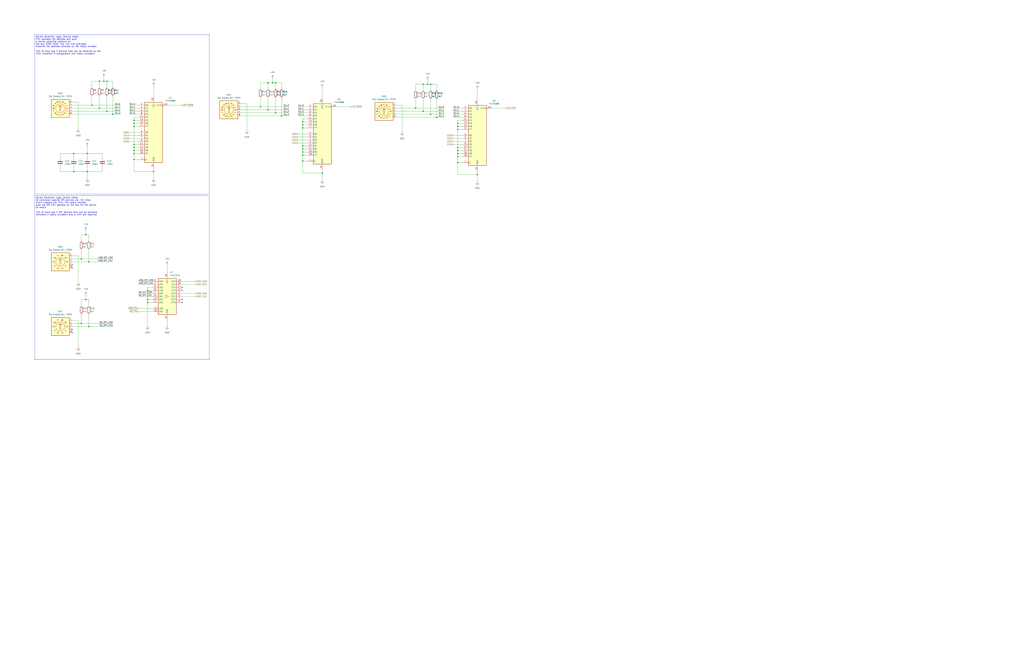
<source format=kicad_sch>
(kicad_sch (version 20250114) (generator "eeschema") (generator_version "9.0")
  (paper "D")
  (lib_symbols
    (symbol "74xx:74HC244"
      (property "Reference" "U" (at -7.62 16.51 0))
      (property "Value" "74HC244" (at -7.62 -16.51 0))
      (symbol "74HC244_1_0"
        (polyline (pts (xy 1.27 0) (xy -1.27 1.27) (xy -1.27 -1.27) (xy 1.27 0)) (stroke (width 0.1524)))
        (pin input line (at -12.7 12.7 0) (length 5.08) (name "1A0") (number "2"))
        (pin input line (at -12.7 10.16 0) (length 5.08) (name "1A1") (number "4"))
        (pin input line (at -12.7 7.62 0) (length 5.08) (name "1A2") (number "6"))
        (pin input line (at -12.7 5.08 0) (length 5.08) (name "1A3") (number "8"))
        (pin input line (at -12.7 2.54 0) (length 5.08) (name "2A0") (number "17"))
        (pin input line (at -12.7 0 0) (length 5.08) (name "2A1") (number "15"))
        (pin input line (at -12.7 -2.54 0) (length 5.08) (name "2A2") (number "13"))
        (pin input line (at -12.7 -5.08 0) (length 5.08) (name "2A3") (number "11"))
        (pin input inverted (at -12.7 -10.16 0) (length 5.08) (name "1OE") (number "1"))
        (pin input inverted (at -12.7 -12.7 0) (length 5.08) (name "2OE") (number "19"))
        (pin power_in line (at 0 20.32 270) (length 5.08) (name "VCC") (number "20"))
        (pin power_in line (at 0 -20.32 90) (length 5.08) (name "GND") (number "10"))
        (pin tri_state line (at 12.7 12.7 180) (length 5.08) (name "1Y0") (number "18"))
        (pin tri_state line (at 12.7 10.16 180) (length 5.08) (name "1Y1") (number "16"))
        (pin tri_state line (at 12.7 7.62 180) (length 5.08) (name "1Y2") (number "14"))
        (pin tri_state line (at 12.7 5.08 180) (length 5.08) (name "1Y3") (number "12"))
        (pin tri_state line (at 12.7 2.54 180) (length 5.08) (name "2Y0") (number "3"))
        (pin tri_state line (at 12.7 0 180) (length 5.08) (name "2Y1") (number "5"))
        (pin tri_state line (at 12.7 -2.54 180) (length 5.08) (name "2Y2") (number "7"))
        (pin tri_state line (at 12.7 -5.08 180) (length 5.08) (name "2Y3") (number "9"))
      )
      (symbol "74HC244_1_1"
        (rectangle (start -7.62 15.24) (end 7.62 -15.24) (stroke (width 0.254)) (fill (type background)))
      )
    )
    (symbol "74xx:74HC688"
      (property "Reference" "U" (at -7.62 26.67 0))
      (property "Value" "74HC688" (at -7.62 -26.67 0))
      (symbol "74HC688_1_0"
        (pin input line (at -12.7 22.86 0) (length 5.08) (name "P0") (number "2"))
        (pin input line (at -12.7 20.32 0) (length 5.08) (name "P1") (number "4"))
        (pin input line (at -12.7 17.78 0) (length 5.08) (name "P2") (number "6"))
        (pin input line (at -12.7 15.24 0) (length 5.08) (name "P3") (number "8"))
        (pin input line (at -12.7 12.7 0) (length 5.08) (name "P4") (number "11"))
        (pin input line (at -12.7 10.16 0) (length 5.08) (name "P5") (number "13"))
        (pin input line (at -12.7 7.62 0) (length 5.08) (name "P6") (number "15"))
        (pin input line (at -12.7 5.08 0) (length 5.08) (name "P7") (number "17"))
        (pin input line (at -12.7 0 0) (length 5.08) (name "R0") (number "3"))
        (pin input line (at -12.7 -2.54 0) (length 5.08) (name "R1") (number "5"))
        (pin input line (at -12.7 -5.08 0) (length 5.08) (name "R2") (number "7"))
        (pin input line (at -12.7 -7.62 0) (length 5.08) (name "R3") (number "9"))
        (pin input line (at -12.7 -10.16 0) (length 5.08) (name "R4") (number "12"))
        (pin input line (at -12.7 -12.7 0) (length 5.08) (name "R5") (number "14"))
        (pin input line (at -12.7 -15.24 0) (length 5.08) (name "R6") (number "16"))
        (pin input line (at -12.7 -17.78 0) (length 5.08) (name "R7") (number "18"))
        (pin input inverted (at -12.7 -22.86 0) (length 5.08) (name "G") (number "1"))
        (pin power_in line (at 0 30.48 270) (length 5.08) (name "VCC") (number "20"))
        (pin power_in line (at 0 -30.48 90) (length 5.08) (name "GND") (number "10"))
        (pin output inverted (at 12.7 22.86 180) (length 5.08) (name "P=R") (number "19"))
      )
      (symbol "74HC688_1_1"
        (rectangle (start -7.62 25.4) (end 7.62 -25.4) (stroke (width 0.254)) (fill (type background)))
      )
    )
    (symbol "Device:C" (pin_numbers (hide yes)) (pin_names (offset 0.254))
      (property "Reference" "C" (at 0.635 2.54 0))
      (property "Value" "C" (at 0.635 -2.54 0))
      (symbol "C_0_1"
        (polyline (pts (xy -2.032 0.762) (xy 2.032 0.762)) (stroke (width 0.508)))
        (polyline (pts (xy -2.032 -0.762) (xy 2.032 -0.762)) (stroke (width 0.508)))
      )
      (symbol "C_1_1"
        (pin passive line (at 0 3.81 270) (length 2.794) (name "~") (number "1"))
        (pin passive line (at 0 -3.81 90) (length 2.794) (name "~") (number "2"))
      )
    )
    (symbol "Device:R" (pin_numbers (hide yes)) (pin_names (offset 0))
      (property "Reference" "R" (at 2.032 0 90))
      (property "Value" "R" (at 0 0 90))
      (symbol "R_0_1"
        (rectangle (start -1.016 -2.54) (end 1.016 2.54) (stroke (width 0.254)))
      )
      (symbol "R_1_1"
        (pin passive line (at 0 3.81 270) (length 1.27) (name "~") (number "1"))
        (pin passive line (at 0 -3.81 90) (length 1.27) (name "~") (number "2"))
      )
    )
    (symbol "Switch:SW_Coded_SH-7030" (pin_names (hide yes))
      (property "Reference" "SW" (at -7.62 8.89 0))
      (property "Value" "SW_Coded_SH-7030" (at -7.62 -8.89 0))
      (symbol "SW_Coded_SH-7030_0_0"
        (text "5" (at -5.715 0 900) (effects (font (size 1.27 1.27))))
        (text "6" (at -4.6228 3.3528 540) (effects (font (size 1.27 1.27))))
        (text "4" (at -4.6228 -3.3528 1260) (effects (font (size 1.27 1.27))))
        (text "7" (at -1.778 5.4356 180) (effects (font (size 1.27 1.27))))
        (text "3" (at -1.778 -5.4356 1620) (effects (font (size 1.27 1.27))))
        (text "8" (at 1.778 5.4356 3420) (effects (font (size 1.27 1.27))))
        (text "2" (at 1.778 -5.4356 1980) (effects (font (size 1.27 1.27))))
        (text "9" (at 4.6228 3.3528 3060) (effects (font (size 1.27 1.27))))
        (text "1" (at 4.6228 -3.3528 2340) (effects (font (size 1.27 1.27))))
        (text "0" (at 5.715 0 2700) (effects (font (size 1.27 1.27))))
      )
      (symbol "SW_Coded_SH-7030_0_1"
        (polyline (pts (xy -0.254 -2.54) (xy -0.254 2.032) (xy -0.762 1.524) (xy -1.27 1.524) (xy 0 2.794) (xy 1.27 1.524) (xy 0.762 1.524) (xy 0.254 2.032) (xy 0.254 -2.54) (xy -0.254 -2.54) (xy -0.254 -2.54)))
        (circle (center 0 0) (radius 3.81))
        (rectangle (start 7.62 7.62) (end -7.62 -7.62) (stroke (width 0.254)) (fill (type background)))
      )
      (symbol "SW_Coded_SH-7030_1_1"
        (pin passive line (at 10.16 5.08 180) (length 2.54) (name "C") (number "C"))
        (pin passive line (at 10.16 2.54 180) (length 2.54) (name "1") (number "1"))
        (pin passive line (at 10.16 0 180) (length 2.54) (name "2") (number "2"))
        (pin passive line (at 10.16 -2.54 180) (length 2.54) (name "4") (number "4"))
        (pin passive line (at 10.16 -5.08 180) (length 2.54) (name "8") (number "8"))
      )
    )
    (symbol "Switch:SW_Coded_SH-7070" (pin_names (hide yes))
      (property "Reference" "SW" (at -7.62 8.89 0))
      (property "Value" "SW_Coded_SH-7070" (at -7.62 -8.89 0))
      (symbol "SW_Coded_SH-7070_0_0"
        (text "8" (at -5.715 0 900) (effects (font (size 1.27 1.27))))
        (text "9" (at -5.2832 2.1844 675) (effects (font (size 1.27 1.27))))
        (text "7" (at -5.2832 -2.1844 1125) (effects (font (size 1.27 1.27))))
        (text "A" (at -4.0386 4.0386 450) (effects (font (size 1.27 1.27))))
        (text "6" (at -4.0386 -4.0386 1350) (effects (font (size 1.27 1.27))))
        (text "B" (at -2.1844 5.2832 225) (effects (font (size 1.27 1.27))))
        (text "5" (at -2.1844 -5.2832 1575) (effects (font (size 1.27 1.27))))
        (text "C" (at 0 5.715 0) (effects (font (size 1.27 1.27))))
        (text "4" (at 0 -5.715 1800) (effects (font (size 1.27 1.27))))
        (text "D" (at 2.1844 5.2832 3375) (effects (font (size 1.27 1.27))))
        (text "3" (at 2.1844 -5.2832 2025) (effects (font (size 1.27 1.27))))
        (text "E" (at 4.0386 4.0386 3150) (effects (font (size 1.27 1.27))))
        (text "2" (at 4.0386 -4.0386 2250) (effects (font (size 1.27 1.27))))
        (text "F" (at 5.2832 2.1844 2925) (effects (font (size 1.27 1.27))))
        (text "1" (at 5.2832 -2.1844 2475) (effects (font (size 1.27 1.27))))
        (text "0" (at 5.715 0 2700) (effects (font (size 1.27 1.27))))
      )
      (symbol "SW_Coded_SH-7070_0_1"
        (polyline (pts (xy -0.254 -2.54) (xy -0.254 2.032) (xy -0.762 1.524) (xy -1.27 1.524) (xy 0 2.794) (xy 1.27 1.524) (xy 0.762 1.524) (xy 0.254 2.032) (xy 0.254 -2.54) (xy -0.254 -2.54) (xy -0.254 -2.54)))
        (circle (center 0 0) (radius 3.81))
        (rectangle (start 7.62 7.62) (end -7.62 -7.62) (stroke (width 0.254)) (fill (type background)))
      )
      (symbol "SW_Coded_SH-7070_1_1"
        (pin passive line (at 10.16 5.08 180) (length 2.54) (name "C") (number "C"))
        (pin passive line (at 10.16 2.54 180) (length 2.54) (name "1") (number "1"))
        (pin passive line (at 10.16 0 180) (length 2.54) (name "2") (number "2"))
        (pin passive line (at 10.16 -2.54 180) (length 2.54) (name "4") (number "4"))
        (pin passive line (at 10.16 -5.08 180) (length 2.54) (name "8") (number "8"))
      )
    )
    (symbol "power:+5V" (power) (pin_numbers (hide yes)) (pin_names (offset 0) (hide yes))
      (property "Value" "+5V" (at 0 3.556 0))
      (symbol "+5V_0_1"
        (polyline (pts (xy -0.762 1.27) (xy 0 2.54)))
        (polyline (pts (xy 0 2.54) (xy 0.762 1.27)))
        (polyline (pts (xy 0 0) (xy 0 2.54)))
      )
      (symbol "+5V_1_1"
        (pin power_in line (at 0 0 90) (length 0) (name "~") (number "1"))
      )
    )
    (symbol "power:GND" (power) (pin_numbers (hide yes)) (pin_names (offset 0) (hide yes))
      (property "Value" "GND" (at 0 -3.81 0))
      (symbol "GND_0_1"
        (polyline (pts (xy 0 0) (xy 0 -1.27) (xy 1.27 -1.27) (xy 0 -2.54) (xy -1.27 -1.27) (xy 0 -1.27)))
      )
      (symbol "GND_1_1"
        (pin power_in line (at 0 0 270) (length 0) (name "~") (number "1"))
      )
    )
  )
  (text_box "Device Selection Logic (device side):\nCPU decodes the address and puts\na device selection address on \nthe bus (CS0-CS3). The /CS line activated\nmatches the address selected on the rotary encoder\n\nThis IO Card has 3 devices that can be selected by the\nCPU, therefore 3 comparators and rotary encoders" (at 29.21 29.21 0) (size 147.32 134.62) (margins 0.9525 0.9525 0.9525 0.9525) (effects (font (size 1.27 1.27)) (justify left top)))
  (text_box "Device Selection Logic (driver side):\nIO Controller selects SPI devices via /CS lines\nwhich enables the '244. The rotary encoder\nputs the SPI_CSn address on the bus for the device\nto match\n\nThis IO Card has 2 SPI devices that can be selected\ntherefore 2 rotary encoders and a '244 are required" (at 29.21 165.1 0) (size 147.32 138.43) (margins 0.9525 0.9525 0.9525 0.9525) (effects (font (size 1.27 1.27)) (justify left top)))
  (junction (at 62.23 144.78))
  (junction (at 386.08 109.22))
  (junction (at 226.06 69.85))
  (junction (at 113.03 121.92))
  (junction (at 363.22 71.12))
  (junction (at 90.17 93.98))
  (junction (at 255.27 125.73))
  (junction (at 219.71 90.17))
  (junction (at 129.54 144.78))
  (junction (at 83.82 68.58))
  (junction (at 229.87 69.85))
  (junction (at 255.27 107.95))
  (junction (at 402.59 147.32))
  (junction (at 386.08 124.46))
  (junction (at 386.08 106.68))
  (junction (at 113.03 101.6))
  (junction (at 124.46 252.73))
  (junction (at 73.66 129.54))
  (junction (at 74.93 275.59))
  (junction (at 363.22 96.52))
  (junction (at 237.49 97.79))
  (junction (at 386.08 127))
  (junction (at 386.08 137.16))
  (junction (at 68.58 273.05))
  (junction (at 68.58 218.44))
  (junction (at 255.27 128.27))
  (junction (at 72.39 198.12))
  (junction (at 74.93 220.98))
  (junction (at 77.47 88.9))
  (junction (at 72.39 252.73))
  (junction (at 113.03 134.62))
  (junction (at 368.3 99.06))
  (junction (at 90.17 68.58))
  (junction (at 113.03 106.68))
  (junction (at 386.08 104.14))
  (junction (at 386.08 129.54))
  (junction (at 255.27 123.19))
  (junction (at 124.46 245.11))
  (junction (at 232.41 69.85))
  (junction (at 360.68 71.12))
  (junction (at 113.03 124.46))
  (junction (at 356.87 93.98))
  (junction (at 255.27 130.81))
  (junction (at 124.46 255.27))
  (junction (at 255.27 102.87))
  (junction (at 226.06 92.71))
  (junction (at 386.08 132.08))
  (junction (at 350.52 91.44))
  (junction (at 113.03 104.14))
  (junction (at 62.23 129.54))
  (junction (at 255.27 105.41))
  (junction (at 113.03 127))
  (junction (at 87.63 68.58))
  (junction (at 83.82 91.44))
  (junction (at 255.27 135.89))
  (junction (at 232.41 95.25))
  (junction (at 113.03 129.54))
  (junction (at 73.66 144.78))
  (junction (at 271.78 146.05))
  (junction (at 95.25 96.52))
  (junction (at 356.87 71.12))
  (no_connect (at 60.96 226.06))
  (no_connect (at 153.67 252.73))
  (no_connect (at 153.67 245.11))
  (no_connect (at 153.67 242.57))
  (no_connect (at 60.96 278.13))
  (no_connect (at 153.67 255.27))
  (no_connect (at 60.96 280.67))
  (no_connect (at 60.96 223.52))
  (wire (pts (xy 251.46 97.79) (xy 259.08 97.79)))
  (wire (pts (xy 386.08 124.46) (xy 389.89 124.46)))
  (wire (pts (xy 72.39 252.73) (xy 74.93 252.73)))
  (wire (pts (xy 219.71 69.85) (xy 226.06 69.85)))
  (wire (pts (xy 255.27 125.73) (xy 259.08 125.73)))
  (wire (pts (xy 68.58 265.43) (xy 68.58 273.05)))
  (wire (pts (xy 382.27 114.3) (xy 389.89 114.3)))
  (wire (pts (xy 219.71 82.55) (xy 219.71 90.17)))
  (wire (pts (xy 73.66 144.78) (xy 73.66 151.13)))
  (wire (pts (xy 255.27 125.73) (xy 255.27 128.27)))
  (wire (pts (xy 232.41 95.25) (xy 243.84 95.25)))
  (wire (pts (xy 77.47 68.58) (xy 83.82 68.58)))
  (wire (pts (xy 386.08 137.16) (xy 386.08 147.32)))
  (wire (pts (xy 66.04 215.9) (xy 66.04 238.76)))
  (wire (pts (xy 229.87 69.85) (xy 232.41 69.85)))
  (wire (pts (xy 255.27 128.27) (xy 255.27 130.81)))
  (wire (pts (xy 402.59 74.93) (xy 402.59 83.82)))
  (wire (pts (xy 334.01 91.44) (xy 350.52 91.44)))
  (wire (pts (xy 73.66 140.97) (xy 73.66 144.78)))
  (wire (pts (xy 74.93 220.98) (xy 95.25 220.98)))
  (wire (pts (xy 95.25 68.58) (xy 95.25 73.66)))
  (wire (pts (xy 382.27 99.06) (xy 389.89 99.06)))
  (wire (pts (xy 95.25 96.52) (xy 101.6 96.52)))
  (wire (pts (xy 255.27 123.19) (xy 259.08 123.19)))
  (wire (pts (xy 386.08 129.54) (xy 389.89 129.54)))
  (wire (pts (xy 255.27 107.95) (xy 255.27 123.19)))
  (wire (pts (xy 350.52 91.44) (xy 374.65 91.44)))
  (wire (pts (xy 386.08 147.32) (xy 402.59 147.32)))
  (wire (pts (xy 208.28 87.63) (xy 208.28 110.49)))
  (wire (pts (xy 255.27 130.81) (xy 259.08 130.81)))
  (wire (pts (xy 90.17 93.98) (xy 101.6 93.98)))
  (wire (pts (xy 356.87 93.98) (xy 374.65 93.98)))
  (wire (pts (xy 386.08 124.46) (xy 386.08 127)))
  (wire (pts (xy 271.78 143.51) (xy 271.78 146.05)))
  (wire (pts (xy 109.22 93.98) (xy 116.84 93.98)))
  (wire (pts (xy 113.03 101.6) (xy 116.84 101.6)))
  (wire (pts (xy 73.66 129.54) (xy 73.66 133.35)))
  (wire (pts (xy 226.06 69.85) (xy 226.06 74.93)))
  (wire (pts (xy 255.27 105.41) (xy 255.27 107.95)))
  (wire (pts (xy 251.46 90.17) (xy 259.08 90.17)))
  (wire (pts (xy 73.66 129.54) (xy 86.36 129.54)))
  (wire (pts (xy 124.46 245.11) (xy 128.27 245.11)))
  (wire (pts (xy 203.2 95.25) (xy 232.41 95.25)))
  (wire (pts (xy 60.96 218.44) (xy 68.58 218.44)))
  (wire (pts (xy 68.58 273.05) (xy 95.25 273.05)))
  (wire (pts (xy 86.36 129.54) (xy 86.36 133.35)))
  (wire (pts (xy 62.23 129.54) (xy 73.66 129.54)))
  (wire (pts (xy 350.52 71.12) (xy 350.52 76.2)))
  (wire (pts (xy 77.47 81.28) (xy 77.47 88.9)))
  (wire (pts (xy 109.22 96.52) (xy 116.84 96.52)))
  (wire (pts (xy 219.71 90.17) (xy 243.84 90.17)))
  (wire (pts (xy 255.27 107.95) (xy 259.08 107.95)))
  (wire (pts (xy 116.84 240.03) (xy 128.27 240.03)))
  (wire (pts (xy 60.96 93.98) (xy 90.17 93.98)))
  (wire (pts (xy 113.03 106.68) (xy 116.84 106.68)))
  (wire (pts (xy 109.22 91.44) (xy 116.84 91.44)))
  (wire (pts (xy 350.52 83.82) (xy 350.52 91.44)))
  (wire (pts (xy 255.27 105.41) (xy 259.08 105.41)))
  (wire (pts (xy 255.27 146.05) (xy 271.78 146.05)))
  (wire (pts (xy 259.08 135.89) (xy 255.27 135.89)))
  (wire (pts (xy 255.27 123.19) (xy 255.27 125.73)))
  (wire (pts (xy 360.68 67.31) (xy 360.68 71.12)))
  (wire (pts (xy 382.27 121.92) (xy 389.89 121.92)))
  (wire (pts (xy 140.97 223.52) (xy 140.97 229.87)))
  (wire (pts (xy 62.23 129.54) (xy 62.23 133.35)))
  (wire (pts (xy 339.09 88.9) (xy 339.09 111.76)))
  (wire (pts (xy 363.22 71.12) (xy 368.3 71.12)))
  (wire (pts (xy 113.03 144.78) (xy 129.54 144.78)))
  (wire (pts (xy 62.23 140.97) (xy 62.23 144.78)))
  (wire (pts (xy 109.22 114.3) (xy 116.84 114.3)))
  (wire (pts (xy 68.58 198.12) (xy 72.39 198.12)))
  (wire (pts (xy 255.27 128.27) (xy 259.08 128.27)))
  (wire (pts (xy 50.8 144.78) (xy 62.23 144.78)))
  (wire (pts (xy 68.58 210.82) (xy 68.58 218.44)))
  (wire (pts (xy 90.17 68.58) (xy 90.17 73.66)))
  (wire (pts (xy 203.2 87.63) (xy 208.28 87.63)))
  (wire (pts (xy 382.27 116.84) (xy 389.89 116.84)))
  (wire (pts (xy 77.47 88.9) (xy 101.6 88.9)))
  (wire (pts (xy 95.25 96.52) (xy 95.25 81.28)))
  (wire (pts (xy 86.36 140.97) (xy 86.36 144.78)))
  (wire (pts (xy 72.39 194.31) (xy 72.39 198.12)))
  (wire (pts (xy 259.08 100.33) (xy 255.27 100.33)))
  (wire (pts (xy 60.96 273.05) (xy 68.58 273.05)))
  (wire (pts (xy 271.78 146.05) (xy 271.78 152.4)))
  (wire (pts (xy 153.67 247.65) (xy 165.1 247.65)))
  (wire (pts (xy 124.46 245.11) (xy 124.46 252.73)))
  (wire (pts (xy 83.82 91.44) (xy 101.6 91.44)))
  (wire (pts (xy 251.46 120.65) (xy 259.08 120.65)))
  (wire (pts (xy 74.93 275.59) (xy 74.93 265.43)))
  (wire (pts (xy 229.87 66.04) (xy 229.87 69.85)))
  (wire (pts (xy 334.01 88.9) (xy 339.09 88.9)))
  (wire (pts (xy 153.67 237.49) (xy 165.1 237.49)))
  (wire (pts (xy 90.17 68.58) (xy 95.25 68.58)))
  (wire (pts (xy 368.3 99.06) (xy 368.3 83.82)))
  (wire (pts (xy 113.03 104.14) (xy 116.84 104.14)))
  (wire (pts (xy 113.03 101.6) (xy 113.03 104.14)))
  (wire (pts (xy 251.46 118.11) (xy 259.08 118.11)))
  (wire (pts (xy 113.03 127) (xy 113.03 129.54)))
  (wire (pts (xy 356.87 93.98) (xy 356.87 83.82)))
  (wire (pts (xy 386.08 129.54) (xy 386.08 132.08)))
  (wire (pts (xy 83.82 91.44) (xy 83.82 81.28)))
  (wire (pts (xy 113.03 124.46) (xy 113.03 127)))
  (wire (pts (xy 90.17 93.98) (xy 90.17 81.28)))
  (wire (pts (xy 153.67 240.03) (xy 165.1 240.03)))
  (wire (pts (xy 83.82 68.58) (xy 83.82 73.66)))
  (wire (pts (xy 386.08 101.6) (xy 386.08 104.14)))
  (wire (pts (xy 363.22 96.52) (xy 363.22 83.82)))
  (wire (pts (xy 113.03 127) (xy 116.84 127)))
  (wire (pts (xy 72.39 248.92) (xy 72.39 252.73)))
  (wire (pts (xy 60.96 86.36) (xy 66.04 86.36)))
  (wire (pts (xy 87.63 64.77) (xy 87.63 68.58)))
  (wire (pts (xy 386.08 127) (xy 386.08 129.54)))
  (wire (pts (xy 74.93 220.98) (xy 74.93 210.82)))
  (wire (pts (xy 386.08 109.22) (xy 389.89 109.22)))
  (wire (pts (xy 402.59 144.78) (xy 402.59 147.32)))
  (wire (pts (xy 251.46 113.03) (xy 259.08 113.03)))
  (wire (pts (xy 113.03 121.92) (xy 116.84 121.92)))
  (wire (pts (xy 68.58 252.73) (xy 72.39 252.73)))
  (wire (pts (xy 113.03 121.92) (xy 113.03 124.46)))
  (wire (pts (xy 232.41 69.85) (xy 232.41 74.93)))
  (wire (pts (xy 226.06 92.71) (xy 226.06 82.55)))
  (wire (pts (xy 363.22 96.52) (xy 374.65 96.52)))
  (wire (pts (xy 255.27 135.89) (xy 255.27 146.05)))
  (wire (pts (xy 60.96 91.44) (xy 83.82 91.44)))
  (wire (pts (xy 66.04 270.51) (xy 66.04 293.37)))
  (wire (pts (xy 271.78 73.66) (xy 271.78 82.55)))
  (wire (pts (xy 226.06 69.85) (xy 229.87 69.85)))
  (wire (pts (xy 109.22 88.9) (xy 116.84 88.9)))
  (wire (pts (xy 129.54 144.78) (xy 129.54 151.13)))
  (wire (pts (xy 402.59 147.32) (xy 402.59 153.67)))
  (wire (pts (xy 113.03 106.68) (xy 113.03 121.92)))
  (wire (pts (xy 60.96 88.9) (xy 77.47 88.9)))
  (wire (pts (xy 113.03 129.54) (xy 113.03 134.62)))
  (wire (pts (xy 368.3 99.06) (xy 374.65 99.06)))
  (wire (pts (xy 255.27 102.87) (xy 259.08 102.87)))
  (wire (pts (xy 124.46 252.73) (xy 124.46 255.27)))
  (wire (pts (xy 116.84 237.49) (xy 128.27 237.49)))
  (wire (pts (xy 386.08 132.08) (xy 389.89 132.08)))
  (wire (pts (xy 386.08 104.14) (xy 389.89 104.14)))
  (wire (pts (xy 350.52 71.12) (xy 356.87 71.12)))
  (wire (pts (xy 124.46 242.57) (xy 128.27 242.57)))
  (wire (pts (xy 109.22 116.84) (xy 116.84 116.84)))
  (wire (pts (xy 386.08 104.14) (xy 386.08 106.68)))
  (wire (pts (xy 382.27 96.52) (xy 389.89 96.52)))
  (wire (pts (xy 116.84 260.35) (xy 128.27 260.35)))
  (wire (pts (xy 124.46 242.57) (xy 124.46 245.11)))
  (wire (pts (xy 251.46 95.25) (xy 259.08 95.25)))
  (wire (pts (xy 356.87 71.12) (xy 356.87 76.2)))
  (wire (pts (xy 203.2 90.17) (xy 219.71 90.17)))
  (wire (pts (xy 386.08 127) (xy 389.89 127)))
  (wire (pts (xy 386.08 109.22) (xy 386.08 124.46)))
  (wire (pts (xy 60.96 220.98) (xy 74.93 220.98)))
  (wire (pts (xy 66.04 86.36) (xy 66.04 109.22)))
  (wire (pts (xy 237.49 97.79) (xy 243.84 97.79)))
  (wire (pts (xy 116.84 247.65) (xy 128.27 247.65)))
  (wire (pts (xy 219.71 69.85) (xy 219.71 74.93)))
  (wire (pts (xy 60.96 270.51) (xy 66.04 270.51)))
  (wire (pts (xy 87.63 68.58) (xy 90.17 68.58)))
  (wire (pts (xy 334.01 96.52) (xy 363.22 96.52)))
  (wire (pts (xy 382.27 91.44) (xy 389.89 91.44)))
  (wire (pts (xy 62.23 144.78) (xy 73.66 144.78)))
  (wire (pts (xy 68.58 198.12) (xy 68.58 203.2)))
  (wire (pts (xy 382.27 119.38) (xy 389.89 119.38)))
  (wire (pts (xy 109.22 111.76) (xy 116.84 111.76)))
  (wire (pts (xy 74.93 275.59) (xy 95.25 275.59)))
  (wire (pts (xy 255.27 130.81) (xy 255.27 135.89)))
  (wire (pts (xy 368.3 71.12) (xy 368.3 76.2)))
  (wire (pts (xy 72.39 198.12) (xy 74.93 198.12)))
  (wire (pts (xy 113.03 124.46) (xy 116.84 124.46)))
  (wire (pts (xy 226.06 92.71) (xy 243.84 92.71)))
  (wire (pts (xy 203.2 97.79) (xy 237.49 97.79)))
  (wire (pts (xy 124.46 255.27) (xy 124.46 275.59)))
  (wire (pts (xy 140.97 270.51) (xy 140.97 275.59)))
  (wire (pts (xy 153.67 250.19) (xy 165.1 250.19)))
  (wire (pts (xy 251.46 92.71) (xy 259.08 92.71)))
  (wire (pts (xy 334.01 99.06) (xy 368.3 99.06)))
  (wire (pts (xy 77.47 68.58) (xy 77.47 73.66)))
  (wire (pts (xy 389.89 101.6) (xy 386.08 101.6)))
  (wire (pts (xy 74.93 252.73) (xy 74.93 257.81)))
  (wire (pts (xy 50.8 129.54) (xy 62.23 129.54)))
  (wire (pts (xy 142.24 88.9) (xy 153.67 88.9)))
  (wire (pts (xy 232.41 69.85) (xy 237.49 69.85)))
  (wire (pts (xy 255.27 100.33) (xy 255.27 102.87)))
  (wire (pts (xy 116.84 134.62) (xy 113.03 134.62)))
  (wire (pts (xy 60.96 275.59) (xy 74.93 275.59)))
  (wire (pts (xy 415.29 91.44) (xy 426.72 91.44)))
  (wire (pts (xy 116.84 250.19) (xy 128.27 250.19)))
  (wire (pts (xy 389.89 137.16) (xy 386.08 137.16)))
  (wire (pts (xy 382.27 93.98) (xy 389.89 93.98)))
  (wire (pts (xy 116.84 262.89) (xy 128.27 262.89)))
  (wire (pts (xy 116.84 99.06) (xy 113.03 99.06)))
  (wire (pts (xy 386.08 132.08) (xy 386.08 137.16)))
  (wire (pts (xy 356.87 71.12) (xy 360.68 71.12)))
  (wire (pts (xy 124.46 255.27) (xy 128.27 255.27)))
  (wire (pts (xy 334.01 93.98) (xy 356.87 93.98)))
  (wire (pts (xy 237.49 69.85) (xy 237.49 74.93)))
  (wire (pts (xy 113.03 99.06) (xy 113.03 101.6)))
  (wire (pts (xy 284.48 90.17) (xy 295.91 90.17)))
  (wire (pts (xy 232.41 95.25) (xy 232.41 82.55)))
  (wire (pts (xy 50.8 140.97) (xy 50.8 144.78)))
  (wire (pts (xy 203.2 92.71) (xy 226.06 92.71)))
  (wire (pts (xy 50.8 133.35) (xy 50.8 129.54)))
  (wire (pts (xy 255.27 102.87) (xy 255.27 105.41)))
  (wire (pts (xy 68.58 218.44) (xy 95.25 218.44)))
  (wire (pts (xy 129.54 142.24) (xy 129.54 144.78)))
  (wire (pts (xy 124.46 252.73) (xy 128.27 252.73)))
  (wire (pts (xy 74.93 198.12) (xy 74.93 203.2)))
  (wire (pts (xy 83.82 68.58) (xy 87.63 68.58)))
  (wire (pts (xy 386.08 106.68) (xy 389.89 106.68)))
  (wire (pts (xy 113.03 104.14) (xy 113.03 106.68)))
  (wire (pts (xy 113.03 129.54) (xy 116.84 129.54)))
  (wire (pts (xy 68.58 252.73) (xy 68.58 257.81)))
  (wire (pts (xy 251.46 115.57) (xy 259.08 115.57)))
  (wire (pts (xy 386.08 106.68) (xy 386.08 109.22)))
  (wire (pts (xy 113.03 134.62) (xy 113.03 144.78)))
  (wire (pts (xy 60.96 96.52) (xy 95.25 96.52)))
  (wire (pts (xy 60.96 215.9) (xy 66.04 215.9)))
  (wire (pts (xy 237.49 97.79) (xy 237.49 82.55)))
  (wire (pts (xy 73.66 123.19) (xy 73.66 129.54)))
  (wire (pts (xy 73.66 144.78) (xy 86.36 144.78)))
  (wire (pts (xy 360.68 71.12) (xy 363.22 71.12)))
  (wire (pts (xy 363.22 71.12) (xy 363.22 76.2)))
  (wire (pts (xy 129.54 72.39) (xy 129.54 81.28)))
  (wire (pts (xy 109.22 119.38) (xy 116.84 119.38)))
  (label "SEL2" (at 382.27 96.52 0))
  (label "SD_SPI_CS1" (at 116.84 250.19 0))
  (label "SD_SPI_CS0" (at 95.25 273.05 180))
  (label "SEL2" (at 243.84 95.25 180))
  (label "SEL3" (at 382.27 99.06 0))
  (label "SD_SPI_CS0" (at 116.84 247.65 0))
  (label "SEL0" (at 243.84 90.17 180))
  (label "SD_SPI_CS1" (at 95.25 275.59 180))
  (label "SEL3" (at 243.84 97.79 180))
  (label "SEL0" (at 251.46 90.17 0))
  (label "SEL0" (at 374.65 91.44 180))
  (label "SEL0" (at 382.27 91.44 0))
  (label "SEL1" (at 382.27 93.98 0))
  (label "USB_SPI_CS0" (at 116.84 237.49 0))
  (label "USB_SPI_CS1" (at 116.84 240.03 0))
  (label "SEL1" (at 251.46 92.71 0))
  (label "SEL3" (at 374.65 99.06 180))
  (label "SEL1" (at 101.6 91.44 180))
  (label "SEL0" (at 109.22 88.9 0))
  (label "SEL1" (at 109.22 91.44 0))
  (label "SEL2" (at 374.65 96.52 180))
  (label "SEL0" (at 101.6 88.9 180))
  (label "SEL2" (at 109.22 93.98 0))
  (label "USB_SPI_CS1" (at 95.25 220.98 180))
  (label "SEL2" (at 101.6 93.98 180))
  (label "SEL1" (at 374.65 93.98 180))
  (label "SEL2" (at 251.46 95.25 0))
  (label "SEL3" (at 109.22 96.52 0))
  (label "USB_SPI_CS0" (at 95.25 218.44 180))
  (label "SEL1" (at 243.84 92.71 180))
  (label "SEL3" (at 251.46 97.79 0))
  (label "SEL3" (at 101.6 96.52 180))
  (hierarchical_label "CS3" (shape input) (at 251.46 120.65 180))
  (hierarchical_label "CS0" (shape input) (at 251.46 113.03 180))
  (hierarchical_label "~{USB_CS}" (shape input) (at 116.84 260.35 180))
  (hierarchical_label "CS2" (shape input) (at 109.22 116.84 180))
  (hierarchical_label "SPI_CS0" (shape output) (at 165.1 247.65 0))
  (hierarchical_label "CS1" (shape input) (at 382.27 116.84 180))
  (hierarchical_label "CS3" (shape input) (at 109.22 119.38 180))
  (hierarchical_label "~{CE_SIO0}" (shape output) (at 153.67 88.9 0))
  (hierarchical_label "CS1" (shape input) (at 109.22 114.3 180))
  (hierarchical_label "CS0" (shape input) (at 382.27 114.3 180))
  (hierarchical_label "CS1" (shape input) (at 251.46 115.57 180))
  (hierarchical_label "SPI_CS1" (shape output) (at 165.1 250.19 0))
  (hierarchical_label "CS2" (shape input) (at 251.46 118.11 180))
  (hierarchical_label "CS3" (shape input) (at 382.27 121.92 180))
  (hierarchical_label "~{CE_SIO1}" (shape output) (at 295.91 90.17 0))
  (hierarchical_label "SPI_CS0" (shape output) (at 165.1 237.49 0))
  (hierarchical_label "~{CE_CTC}" (shape output) (at 426.72 91.44 0))
  (hierarchical_label "SPI_CS1" (shape output) (at 165.1 240.03 0))
  (hierarchical_label "~{SD_CS}" (shape input) (at 116.84 262.89 180))
  (hierarchical_label "CS0" (shape input) (at 109.22 111.76 180))
  (hierarchical_label "CS2" (shape input) (at 382.27 119.38 180))
  (symbol (lib_id "Device:R") (at 90.17 77.47 0) (unit 1)
    (property "Reference" "R10" (at 91.186 76.2 0) (effects (justify left)))
    (property "Value" "4k7" (at 91.186 78.74 0) (effects (justify left)))
    (property "Footprint" "Resistor_SMD:R_0603_1608Metric" (effects (hide yes)))
    (property "Description" "Resistor" (effects (hide yes)))
  )
  (symbol (lib_id "power:+5V") (at 229.87 66.04 0) (unit 1)
    (property "Reference" "#PWR038" (effects (hide yes)))
    (property "Value" "+5V" (at 229.87 60.96 0))
    (property "Description" "Power symbol creates a global label with name \"+5V\"" (effects (hide yes)))
  )
  (symbol (lib_id "Device:R") (at 232.41 78.74 0) (unit 1)
    (property "Reference" "R14" (at 233.426 77.47 0) (effects (justify left)))
    (property "Value" "4k7" (at 233.426 80.01 0) (effects (justify left)))
    (property "Footprint" "Resistor_SMD:R_0603_1608Metric" (effects (hide yes)))
    (property "Description" "Resistor" (effects (hide yes)))
  )
  (symbol (lib_id "Device:R") (at 68.58 207.01 0) (unit 1)
    (property "Reference" "R20" (at 69.596 205.74 0) (effects (justify left)))
    (property "Value" "4k7" (at 69.596 208.28 0) (effects (justify left)))
    (property "Footprint" "Resistor_SMD:R_0603_1608Metric" (effects (hide yes)))
    (property "Description" "Resistor" (effects (hide yes)))
  )
  (symbol (lib_id "power:GND") (at 73.66 151.13 0) (unit 1)
    (property "Reference" "#PWR047" (effects (hide yes)))
    (property "Value" "GND" (at 73.66 156.21 0))
    (property "Description" "Power symbol creates a global label with name \"GND\" , ground" (effects (hide yes)))
  )
  (symbol (lib_id "power:+5V") (at 271.78 73.66 0) (unit 1)
    (property "Reference" "#PWR041" (effects (hide yes)))
    (property "Value" "+5V" (at 271.78 68.58 0))
    (property "Description" "Power symbol creates a global label with name \"+5V\"" (effects (hide yes)))
  )
  (symbol (lib_id "Device:C") (at 73.66 137.16 0) (unit 1)
    (property "Reference" "C14" (at 77.47 135.8899 0) (effects (justify left)))
    (property "Value" "100n" (at 77.47 138.4299 0) (effects (justify left)))
    (property "Footprint" "Capacitor_SMD:C_0603_1608Metric" (effects (hide yes)))
    (property "Description" "Unpolarized capacitor" (effects (hide yes)))
  )
  (symbol (lib_id "Device:R") (at 83.82 77.47 0) (unit 1)
    (property "Reference" "R9" (at 84.836 76.2 0) (effects (justify left)))
    (property "Value" "4k7" (at 84.836 78.74 0) (effects (justify left)))
    (property "Footprint" "Resistor_SMD:R_0603_1608Metric" (effects (hide yes)))
    (property "Description" "Resistor" (effects (hide yes)))
  )
  (symbol (lib_id "power:GND") (at 140.97 275.59 0) (unit 1)
    (property "Reference" "#PWR055" (effects (hide yes)))
    (property "Value" "GND" (at 140.97 280.67 0))
    (property "Description" "Power symbol creates a global label with name \"GND\" , ground" (effects (hide yes)))
  )
  (symbol (lib_id "Device:R") (at 77.47 77.47 0) (unit 1)
    (property "Reference" "R8" (at 78.486 76.2 0) (effects (justify left)))
    (property "Value" "4k7" (at 78.486 78.74 0) (effects (justify left)))
    (property "Footprint" "Resistor_SMD:R_0603_1608Metric" (effects (hide yes)))
    (property "Description" "Resistor" (effects (hide yes)))
  )
  (symbol (lib_id "Switch:SW_Coded_SH-7030") (at 50.8 275.59 0) (unit 1)
    (property "Reference" "SW7" (at 50.8 262.89 0))
    (property "Value" "SW_Coded_SH-7030" (at 50.8 265.43 0))
    (property "Footprint" "Button_Switch_THT:Nidec_Copal_SH-7010C" (effects (hide yes)))
    (property "Datasheet" "https://www.nidec-copal-electronics.com/e/catalog/switch/sh-7000.pdf" (effects (hide yes)))
    (property "Description" "Rotary switch, 4-bit encoding, 10 positions, Complementary code" (effects (hide yes)))
  )
  (symbol (lib_id "Device:R") (at 363.22 80.01 0) (unit 1)
    (property "Reference" "R18" (at 364.236 78.74 0) (effects (justify left)))
    (property "Value" "4k7" (at 364.236 81.28 0) (effects (justify left)))
    (property "Footprint" "Resistor_SMD:R_0603_1608Metric" (effects (hide yes)))
    (property "Description" "Resistor" (effects (hide yes)))
  )
  (symbol (lib_id "Device:C") (at 86.36 137.16 0) (unit 1)
    (property "Reference" "C15" (at 90.17 135.8899 0) (effects (justify left)))
    (property "Value" "100n" (at 90.17 138.4299 0) (effects (justify left)))
    (property "Footprint" "Capacitor_SMD:C_0603_1608Metric" (effects (hide yes)))
    (property "Description" "Unpolarized capacitor" (effects (hide yes)))
  )
  (symbol (lib_id "power:GND") (at 208.28 110.49 0) (unit 1)
    (property "Reference" "#PWR044" (effects (hide yes)))
    (property "Value" "GND" (at 208.28 115.57 0))
    (property "Description" "Power symbol creates a global label with name \"GND\" , ground" (effects (hide yes)))
  )
  (symbol (lib_id "power:GND") (at 124.46 275.59 0) (unit 1)
    (property "Reference" "#PWR054" (effects (hide yes)))
    (property "Value" "GND" (at 124.46 280.67 0))
    (property "Description" "Power symbol creates a global label with name \"GND\" , ground" (effects (hide yes)))
  )
  (symbol (lib_id "power:+5V") (at 72.39 194.31 0) (unit 1)
    (property "Reference" "#PWR051" (effects (hide yes)))
    (property "Value" "+5V" (at 72.39 189.23 0))
    (property "Description" "Power symbol creates a global label with name \"+5V\"" (effects (hide yes)))
  )
  (symbol (lib_id "Device:R") (at 350.52 80.01 0) (unit 1)
    (property "Reference" "R16" (at 351.536 78.74 0) (effects (justify left)))
    (property "Value" "4k7" (at 351.536 81.28 0) (effects (justify left)))
    (property "Footprint" "Resistor_SMD:R_0603_1608Metric" (effects (hide yes)))
    (property "Description" "Resistor" (effects (hide yes)))
  )
  (symbol (lib_id "Switch:SW_Coded_SH-7070") (at 50.8 91.44 0) (unit 1)
    (property "Reference" "SW3" (at 50.8 78.74 0))
    (property "Value" "SW_Coded_SH-7070" (at 50.8 81.28 0))
    (property "Datasheet" "https://www.nidec-copal-electronics.com/e/catalog/switch/sh-7000.pdf" (effects (hide yes)))
    (property "Description" "Rotary switch, 4-bit encoding, 16 positions, Complementary code" (effects (hide yes)))
  )
  (symbol (lib_id "Switch:SW_Coded_SH-7030") (at 50.8 220.98 0) (unit 1)
    (property "Reference" "SW6" (at 50.8 208.28 0))
    (property "Value" "SW_Coded_SH-7030" (at 50.8 210.82 0))
    (property "Footprint" "Button_Switch_THT:Nidec_Copal_SH-7010C" (effects (hide yes)))
    (property "Datasheet" "https://www.nidec-copal-electronics.com/e/catalog/switch/sh-7000.pdf" (effects (hide yes)))
    (property "Description" "Rotary switch, 4-bit encoding, 10 positions, Complementary code" (effects (hide yes)))
  )
  (symbol (lib_id "power:GND") (at 66.04 293.37 0) (unit 1)
    (property "Reference" "#PWR056" (effects (hide yes)))
    (property "Value" "GND" (at 66.04 298.45 0))
    (property "Description" "Power symbol creates a global label with name \"GND\" , ground" (effects (hide yes)))
  )
  (symbol (lib_id "power:GND") (at 402.59 153.67 0) (unit 1)
    (property "Reference" "#PWR050" (effects (hide yes)))
    (property "Value" "GND" (at 402.59 158.75 0))
    (property "Description" "Power symbol creates a global label with name \"GND\" , ground" (effects (hide yes)))
  )
  (symbol (lib_id "power:+5V") (at 140.97 223.52 0) (unit 1)
    (property "Reference" "#PWR066" (effects (hide yes)))
    (property "Value" "+5V" (at 140.97 218.44 0))
    (property "Description" "Power symbol creates a global label with name \"+5V\"" (effects (hide yes)))
  )
  (symbol (lib_id "Device:R") (at 74.93 207.01 0) (unit 1)
    (property "Reference" "R21" (at 75.946 205.74 0) (effects (justify left)))
    (property "Value" "4k7" (at 75.946 208.28 0) (effects (justify left)))
    (property "Footprint" "Resistor_SMD:R_0603_1608Metric" (effects (hide yes)))
    (property "Description" "Resistor" (effects (hide yes)))
  )
  (symbol (lib_id "74xx:74HC244") (at 140.97 250.19 0) (unit 1)
    (property "Reference" "U7" (at 143.1133 229.87 0) (effects (justify left)))
    (property "Value" "74HC244" (at 143.1133 232.41 0) (effects (justify left)))
    (property "Datasheet" "https://assets.nexperia.com/documents/data-sheet/74HC_HCT244.pdf" (effects (hide yes)))
    (property "Description" "8-bit Buffer/Line Driver 3-state" (effects (hide yes)))
  )
  (symbol (lib_id "power:+5V") (at 87.63 64.77 0) (unit 1)
    (property "Reference" "#PWR037" (effects (hide yes)))
    (property "Value" "+5V" (at 87.63 59.69 0))
    (property "Description" "Power symbol creates a global label with name \"+5V\"" (effects (hide yes)))
  )
  (symbol (lib_id "Device:R") (at 74.93 261.62 0) (unit 1)
    (property "Reference" "R23" (at 75.946 260.35 0) (effects (justify left)))
    (property "Value" "4k7" (at 75.946 262.89 0) (effects (justify left)))
    (property "Footprint" "Resistor_SMD:R_0603_1608Metric" (effects (hide yes)))
    (property "Description" "Resistor" (effects (hide yes)))
  )
  (symbol (lib_id "power:+5V") (at 360.68 67.31 0) (unit 1)
    (property "Reference" "#PWR039" (effects (hide yes)))
    (property "Value" "+5V" (at 360.68 62.23 0))
    (property "Description" "Power symbol creates a global label with name \"+5V\"" (effects (hide yes)))
  )
  (symbol (lib_id "Device:R") (at 95.25 77.47 0) (unit 1)
    (property "Reference" "R11" (at 96.266 76.2 0) (effects (justify left)))
    (property "Value" "4k7" (at 96.266 78.74 0) (effects (justify left)))
    (property "Footprint" "Resistor_SMD:R_0603_1608Metric" (effects (hide yes)))
    (property "Description" "Resistor" (effects (hide yes)))
  )
  (symbol (lib_id "Switch:SW_Coded_SH-7070") (at 323.85 93.98 0) (unit 1)
    (property "Reference" "SW5" (at 323.85 81.28 0))
    (property "Value" "SW_Coded_SH-7070" (at 323.85 83.82 0))
    (property "Datasheet" "https://www.nidec-copal-electronics.com/e/catalog/switch/sh-7000.pdf" (effects (hide yes)))
    (property "Description" "Rotary switch, 4-bit encoding, 16 positions, Complementary code" (effects (hide yes)))
  )
  (symbol (lib_id "Switch:SW_Coded_SH-7070") (at 193.04 92.71 0) (unit 1)
    (property "Reference" "SW4" (at 193.04 80.01 0))
    (property "Value" "SW_Coded_SH-7070" (at 193.04 82.55 0))
    (property "Datasheet" "https://www.nidec-copal-electronics.com/e/catalog/switch/sh-7000.pdf" (effects (hide yes)))
    (property "Description" "Rotary switch, 4-bit encoding, 16 positions, Complementary code" (effects (hide yes)))
  )
  (symbol (lib_id "power:GND") (at 66.04 238.76 0) (unit 1)
    (property "Reference" "#PWR052" (effects (hide yes)))
    (property "Value" "GND" (at 66.04 243.84 0))
    (property "Description" "Power symbol creates a global label with name \"GND\" , ground" (effects (hide yes)))
  )
  (symbol (lib_id "Device:R") (at 226.06 78.74 0) (unit 1)
    (property "Reference" "R13" (at 227.076 77.47 0) (effects (justify left)))
    (property "Value" "4k7" (at 227.076 80.01 0) (effects (justify left)))
    (property "Footprint" "Resistor_SMD:R_0603_1608Metric" (effects (hide yes)))
    (property "Description" "Resistor" (effects (hide yes)))
  )
  (symbol (lib_id "Device:R") (at 237.49 78.74 0) (unit 1)
    (property "Reference" "R15" (at 238.506 77.47 0) (effects (justify left)))
    (property "Value" "4k7" (at 238.506 80.01 0) (effects (justify left)))
    (property "Footprint" "Resistor_SMD:R_0603_1608Metric" (effects (hide yes)))
    (property "Description" "Resistor" (effects (hide yes)))
  )
  (symbol (lib_id "74xx:74HC688") (at 271.78 113.03 0) (unit 1)
    (property "Reference" "U5" (at 285.75 83.7498 0))
    (property "Value" "74HC688" (at 285.75 86.2898 0))
    (property "Footprint" "Package_SO:SOIC-20W_7.5x12.8mm_P1.27mm" (effects (hide yes)))
    (property "Datasheet" "https://www.ti.com/lit/ds/symlink/cd54hc688.pdf" (effects (hide yes)))
    (property "Description" "8-bit magnitude comparator" (effects (hide yes)))
  )
  (symbol (lib_id "Device:R") (at 219.71 78.74 0) (unit 1)
    (property "Reference" "R12" (at 220.726 77.47 0) (effects (justify left)))
    (property "Value" "4k7" (at 220.726 80.01 0) (effects (justify left)))
    (property "Footprint" "Resistor_SMD:R_0603_1608Metric" (effects (hide yes)))
    (property "Description" "Resistor" (effects (hide yes)))
  )
  (symbol (lib_id "Device:C") (at 50.8 137.16 0) (unit 1)
    (property "Reference" "C12" (at 54.61 135.8899 0) (effects (justify left)))
    (property "Value" "100n" (at 54.61 138.4299 0) (effects (justify left)))
    (property "Footprint" "Capacitor_SMD:C_0603_1608Metric" (effects (hide yes)))
    (property "Description" "Unpolarized capacitor" (effects (hide yes)))
  )
  (symbol (lib_id "power:+5V") (at 402.59 74.93 0) (unit 1)
    (property "Reference" "#PWR042" (effects (hide yes)))
    (property "Value" "+5V" (at 402.59 69.85 0))
    (property "Description" "Power symbol creates a global label with name \"+5V\"" (effects (hide yes)))
  )
  (symbol (lib_id "Device:R") (at 68.58 261.62 0) (unit 1)
    (property "Reference" "R22" (at 69.596 260.35 0) (effects (justify left)))
    (property "Value" "4k7" (at 69.596 262.89 0) (effects (justify left)))
    (property "Footprint" "Resistor_SMD:R_0603_1608Metric" (effects (hide yes)))
    (property "Description" "Resistor" (effects (hide yes)))
  )
  (symbol (lib_id "Device:C") (at 62.23 137.16 0) (unit 1)
    (property "Reference" "C13" (at 66.04 135.8899 0) (effects (justify left)))
    (property "Value" "100n" (at 66.04 138.4299 0) (effects (justify left)))
    (property "Footprint" "Capacitor_SMD:C_0603_1608Metric" (effects (hide yes)))
    (property "Description" "Unpolarized capacitor" (effects (hide yes)))
  )
  (symbol (lib_id "power:GND") (at 271.78 152.4 0) (unit 1)
    (property "Reference" "#PWR049" (effects (hide yes)))
    (property "Value" "GND" (at 271.78 157.48 0))
    (property "Description" "Power symbol creates a global label with name \"GND\" , ground" (effects (hide yes)))
  )
  (symbol (lib_id "Device:R") (at 368.3 80.01 0) (unit 1)
    (property "Reference" "R19" (at 369.316 78.74 0) (effects (justify left)))
    (property "Value" "4k7" (at 369.316 81.28 0) (effects (justify left)))
    (property "Footprint" "Resistor_SMD:R_0603_1608Metric" (effects (hide yes)))
    (property "Description" "Resistor" (effects (hide yes)))
  )
  (symbol (lib_id "power:+5V") (at 72.39 248.92 0) (unit 1)
    (property "Reference" "#PWR053" (effects (hide yes)))
    (property "Value" "+5V" (at 72.39 243.84 0))
    (property "Description" "Power symbol creates a global label with name \"+5V\"" (effects (hide yes)))
  )
  (symbol (lib_id "power:GND") (at 339.09 111.76 0) (unit 1)
    (property "Reference" "#PWR045" (effects (hide yes)))
    (property "Value" "GND" (at 339.09 116.84 0))
    (property "Description" "Power symbol creates a global label with name \"GND\" , ground" (effects (hide yes)))
  )
  (symbol (lib_id "74xx:74HC688") (at 402.59 114.3 0) (unit 1)
    (property "Reference" "U6" (at 416.56 85.0198 0))
    (property "Value" "74HC688" (at 416.56 87.5598 0))
    (property "Footprint" "Package_SO:SOIC-20W_7.5x12.8mm_P1.27mm" (effects (hide yes)))
    (property "Datasheet" "https://www.ti.com/lit/ds/symlink/cd54hc688.pdf" (effects (hide yes)))
    (property "Description" "8-bit magnitude comparator" (effects (hide yes)))
  )
  (symbol (lib_id "power:+5V") (at 129.54 72.39 0) (unit 1)
    (property "Reference" "#PWR040" (effects (hide yes)))
    (property "Value" "+5V" (at 129.54 67.31 0))
    (property "Description" "Power symbol creates a global label with name \"+5V\"" (effects (hide yes)))
  )
  (symbol (lib_id "power:GND") (at 66.04 109.22 0) (unit 1)
    (property "Reference" "#PWR043" (effects (hide yes)))
    (property "Value" "GND" (at 66.04 114.3 0))
    (property "Description" "Power symbol creates a global label with name \"GND\" , ground" (effects (hide yes)))
  )
  (symbol (lib_id "Device:R") (at 356.87 80.01 0) (unit 1)
    (property "Reference" "R17" (at 357.886 78.74 0) (effects (justify left)))
    (property "Value" "4k7" (at 357.886 81.28 0) (effects (justify left)))
    (property "Footprint" "Resistor_SMD:R_0603_1608Metric" (effects (hide yes)))
    (property "Description" "Resistor" (effects (hide yes)))
  )
  (symbol (lib_id "power:GND") (at 129.54 151.13 0) (unit 1)
    (property "Reference" "#PWR048" (effects (hide yes)))
    (property "Value" "GND" (at 129.54 156.21 0))
    (property "Description" "Power symbol creates a global label with name \"GND\" , ground" (effects (hide yes)))
  )
  (symbol (lib_id "power:+5V") (at 73.66 123.19 0) (unit 1)
    (property "Reference" "#PWR046" (effects (hide yes)))
    (property "Value" "+5V" (at 73.66 118.11 0))
    (property "Description" "Power symbol creates a global label with name \"+5V\"" (effects (hide yes)))
  )
  (symbol (lib_id "74xx:74HC688") (at 129.54 111.76 0) (unit 1)
    (property "Reference" "U4" (at 143.51 82.4798 0))
    (property "Value" "74HC688" (at 143.51 85.0198 0))
    (property "Footprint" "Package_SO:SOIC-20W_7.5x12.8mm_P1.27mm" (effects (hide yes)))
    (property "Datasheet" "https://www.ti.com/lit/ds/symlink/cd54hc688.pdf" (effects (hide yes)))
    (property "Description" "8-bit magnitude comparator" (effects (hide yes)))
  )
)
</source>
